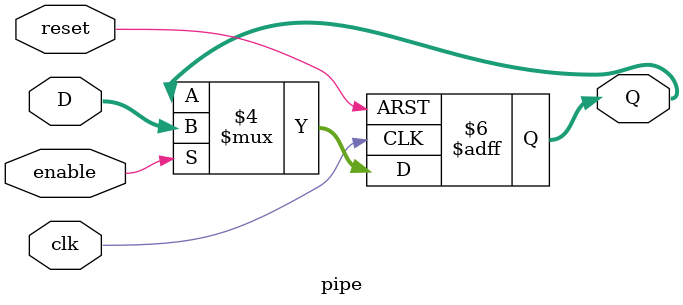
<source format=v>
module pipe #(parameter size = 96)(Q, D, clk, reset, enable);
input [size - 1:0] D;
input clk, reset, enable;
output reg [size - 1:0] Q;



always @(posedge clk, negedge reset) begin


if (~reset)
	Q <= {size{1'b0}};
	
else if (enable)
	Q <= D;

else
	Q <= Q;

end 

endmodule 
</source>
